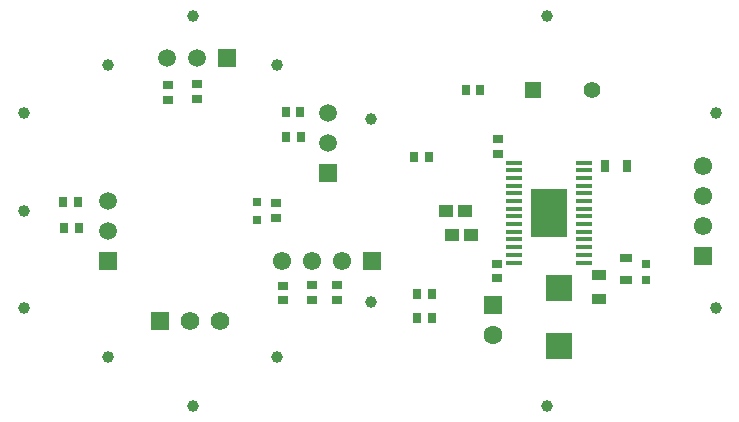
<source format=gbr>
G04*
G04 #@! TF.GenerationSoftware,Altium Limited,Altium Designer,25.8.1 (18)*
G04*
G04 Layer_Color=255*
%FSLAX25Y25*%
%MOIN*%
G70*
G04*
G04 #@! TF.SameCoordinates,4BE62294-00A5-47EF-9B78-CB70749D35C4*
G04*
G04*
G04 #@! TF.FilePolarity,Positive*
G04*
G01*
G75*
%ADD16R,0.03197X0.02985*%
%ADD17R,0.05550X0.01400*%
%ADD18R,0.03543X0.03150*%
%ADD19R,0.02985X0.03197*%
%ADD20R,0.03740X0.03150*%
%ADD21R,0.03150X0.03150*%
%ADD22R,0.04355X0.02977*%
%ADD23R,0.02977X0.04355*%
%ADD24R,0.02756X0.02756*%
%ADD25R,0.08898X0.08504*%
%ADD26R,0.04749X0.03765*%
%ADD27R,0.03543X0.02953*%
%ADD28R,0.04748X0.04166*%
G04:AMPARAMS|DCode=29|XSize=39.37mil|YSize=39.37mil|CornerRadius=19.68mil|HoleSize=0mil|Usage=FLASHONLY|Rotation=150.000|XOffset=0mil|YOffset=0mil|HoleType=Round|Shape=RoundedRectangle|*
%AMROUNDEDRECTD29*
21,1,0.03937,0.00000,0,0,150.0*
21,1,0.00000,0.03937,0,0,150.0*
1,1,0.03937,0.00000,0.00000*
1,1,0.03937,0.00000,0.00000*
1,1,0.03937,0.00000,0.00000*
1,1,0.03937,0.00000,0.00000*
%
%ADD29ROUNDEDRECTD29*%
G04:AMPARAMS|DCode=30|XSize=39.37mil|YSize=39.37mil|CornerRadius=19.68mil|HoleSize=0mil|Usage=FLASHONLY|Rotation=90.000|XOffset=0mil|YOffset=0mil|HoleType=Round|Shape=RoundedRectangle|*
%AMROUNDEDRECTD30*
21,1,0.03937,0.00000,0,0,90.0*
21,1,0.00000,0.03937,0,0,90.0*
1,1,0.03937,0.00000,0.00000*
1,1,0.03937,0.00000,0.00000*
1,1,0.03937,0.00000,0.00000*
1,1,0.03937,0.00000,0.00000*
%
%ADD30ROUNDEDRECTD30*%
G04:AMPARAMS|DCode=31|XSize=39.37mil|YSize=39.37mil|CornerRadius=19.68mil|HoleSize=0mil|Usage=FLASHONLY|Rotation=210.000|XOffset=0mil|YOffset=0mil|HoleType=Round|Shape=RoundedRectangle|*
%AMROUNDEDRECTD31*
21,1,0.03937,0.00000,0,0,210.0*
21,1,0.00000,0.03937,0,0,210.0*
1,1,0.03937,0.00000,0.00000*
1,1,0.03937,0.00000,0.00000*
1,1,0.03937,0.00000,0.00000*
1,1,0.03937,0.00000,0.00000*
%
%ADD31ROUNDEDRECTD31*%
%ADD32R,0.12200X0.15900*%
%ADD40R,0.05984X0.05984*%
%ADD41C,0.05984*%
%ADD47R,0.05984X0.05984*%
%ADD48C,0.06181*%
%ADD49R,0.06181X0.06181*%
%ADD55C,0.06102*%
%ADD56R,0.06102X0.06102*%
%ADD57R,0.06102X0.06102*%
%ADD58C,0.05512*%
%ADD59R,0.05512X0.05512*%
%ADD60C,0.06299*%
%ADD61R,0.06299X0.06299*%
D16*
X-29941Y-24864D02*
D03*
Y-29801D02*
D03*
X-58388Y42214D02*
D03*
Y37277D02*
D03*
X-11824Y-29689D02*
D03*
X-20175Y-29599D02*
D03*
Y-24661D02*
D03*
X-11824Y-24752D02*
D03*
X-68306Y37105D02*
D03*
Y42042D02*
D03*
D17*
X70374Y-1844D02*
D03*
Y-4403D02*
D03*
Y3274D02*
D03*
Y715D02*
D03*
Y8392D02*
D03*
Y5833D02*
D03*
Y-6962D02*
D03*
Y-9521D02*
D03*
X47124Y3274D02*
D03*
Y715D02*
D03*
Y16069D02*
D03*
X70374Y-14639D02*
D03*
X47124Y-6962D02*
D03*
Y-12080D02*
D03*
Y10951D02*
D03*
X70374Y-17198D02*
D03*
X47124Y13510D02*
D03*
Y8392D02*
D03*
Y5833D02*
D03*
Y-1844D02*
D03*
Y-4403D02*
D03*
Y-9521D02*
D03*
Y-14639D02*
D03*
Y-17198D02*
D03*
X70374Y13510D02*
D03*
Y-12080D02*
D03*
Y10951D02*
D03*
Y16069D02*
D03*
D18*
X41847Y23933D02*
D03*
Y19012D02*
D03*
D19*
X-28854Y24642D02*
D03*
X13942Y17883D02*
D03*
X-103092Y2822D02*
D03*
X35937Y40223D02*
D03*
X31000D02*
D03*
X19737Y-27559D02*
D03*
X14800D02*
D03*
X19737Y-35764D02*
D03*
X14800D02*
D03*
X-98155Y2822D02*
D03*
X-102691Y-5658D02*
D03*
X-97754D02*
D03*
X-28960Y32950D02*
D03*
X-24023D02*
D03*
X-23917Y24642D02*
D03*
X18879Y17883D02*
D03*
D20*
X-32329Y2578D02*
D03*
Y-2343D02*
D03*
D21*
X-38543Y-3097D02*
D03*
Y2809D02*
D03*
D22*
X84631Y-15772D02*
D03*
Y-23055D02*
D03*
D23*
X84746Y14900D02*
D03*
X77463D02*
D03*
D24*
X91260Y-17537D02*
D03*
Y-23048D02*
D03*
D25*
X62148Y-45040D02*
D03*
Y-25749D02*
D03*
D26*
X75480Y-21248D02*
D03*
Y-29319D02*
D03*
D27*
X41352Y-22449D02*
D03*
Y-17724D02*
D03*
D28*
X24397Y-65D02*
D03*
X30704D02*
D03*
X32739Y-8134D02*
D03*
X26432D02*
D03*
D29*
X-116326Y32520D02*
D03*
X114449Y-32520D02*
D03*
X-116339Y0D02*
D03*
D30*
X-60000Y65039D02*
D03*
X58110Y-65039D02*
D03*
X-661Y30520D02*
D03*
X58110Y65039D02*
D03*
X-661Y-30520D02*
D03*
X-60000Y-65039D02*
D03*
X-31850Y-48780D02*
D03*
X-88150Y48780D02*
D03*
D31*
X-116326Y-32520D02*
D03*
X114449Y32520D02*
D03*
X-88150Y-48780D02*
D03*
X-31850Y48780D02*
D03*
D32*
X58749Y-565D02*
D03*
D40*
X-88073Y-16726D02*
D03*
X-14976Y12556D02*
D03*
D41*
X-88073Y-6726D02*
D03*
Y3274D02*
D03*
X-58492Y50888D02*
D03*
X-68492D02*
D03*
X-14976Y32556D02*
D03*
Y22556D02*
D03*
D47*
X-48492Y50888D02*
D03*
D48*
X-50858Y-36615D02*
D03*
X-60858D02*
D03*
D49*
X-70858D02*
D03*
D55*
X110273Y-4970D02*
D03*
Y5030D02*
D03*
X110273Y15030D02*
D03*
X-30038Y-16647D02*
D03*
X-10038D02*
D03*
X-20038D02*
D03*
D56*
X110273Y-14970D02*
D03*
D57*
X-38Y-16647D02*
D03*
D58*
X73118Y40397D02*
D03*
D59*
X53433D02*
D03*
D60*
X40225Y-41240D02*
D03*
D61*
Y-31240D02*
D03*
M02*

</source>
